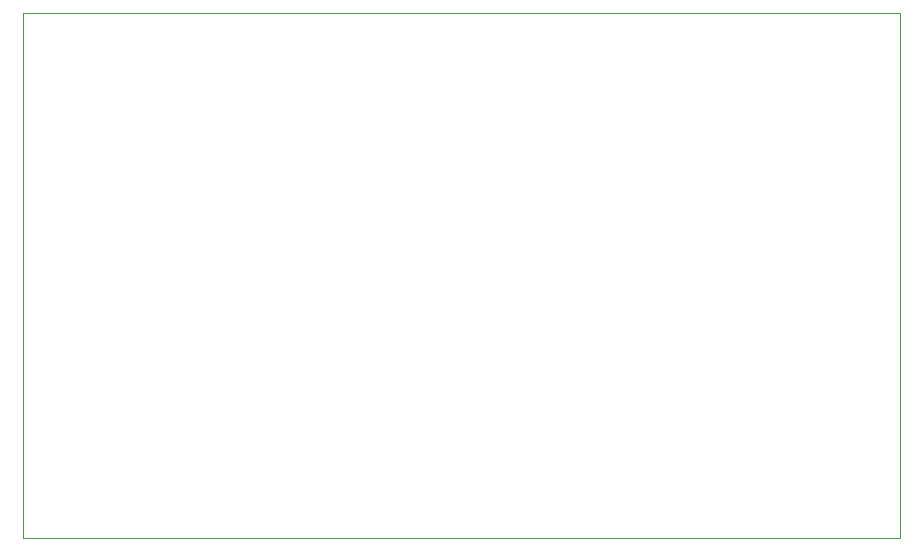
<source format=gm1>
G04 #@! TF.GenerationSoftware,KiCad,Pcbnew,(6.0.6)*
G04 #@! TF.CreationDate,2022-10-18T23:28:59+10:30*
G04 #@! TF.ProjectId,BBCROMRAM2014,42424352-4f4d-4524-914d-323031342e6b,rev?*
G04 #@! TF.SameCoordinates,Original*
G04 #@! TF.FileFunction,Profile,NP*
%FSLAX46Y46*%
G04 Gerber Fmt 4.6, Leading zero omitted, Abs format (unit mm)*
G04 Created by KiCad (PCBNEW (6.0.6)) date 2022-10-18 23:28:59*
%MOMM*%
%LPD*%
G01*
G04 APERTURE LIST*
G04 #@! TA.AperFunction,Profile*
%ADD10C,0.100000*%
G04 #@! TD*
G04 APERTURE END LIST*
D10*
X211455000Y-97155000D02*
X285750000Y-97155000D01*
X285750000Y-97155000D02*
X285750000Y-141605000D01*
X211455000Y-97155000D02*
X211455000Y-141605000D01*
X211455000Y-141605000D02*
X285750000Y-141605000D01*
M02*

</source>
